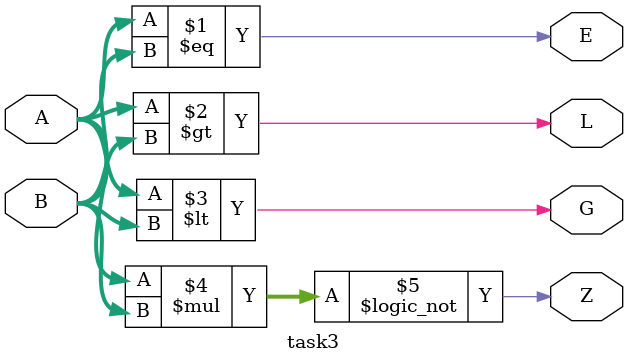
<source format=v>
`timescale 1ns / 1ps


module task3(
    input [2:0]A,
    input [2:0]B,
    output E,L,G,Z
    );
    
    assign  E = (A == B) ;
    assign  L = (A > B) ;
    assign  G = (A < B) ;
    assign  Z = (A * B == 0) ;
    
endmodule

</source>
